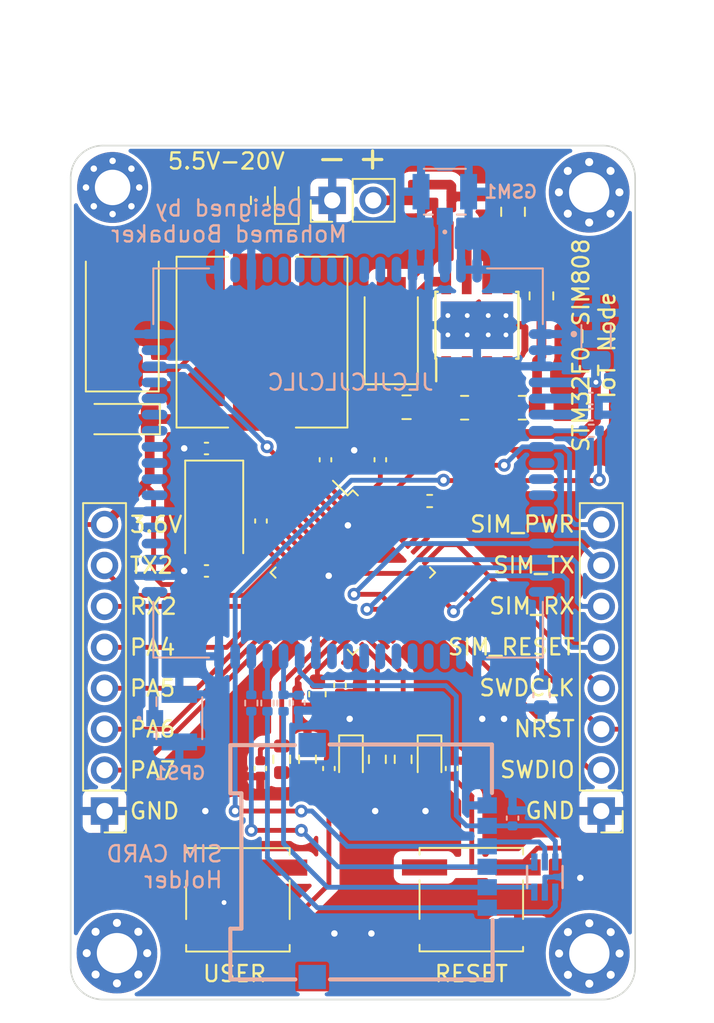
<source format=kicad_pcb>
(kicad_pcb (version 20211014) (generator pcbnew)
  (layers (0 "F.Cu" signal) (31 "B.Cu" signal) (34 "B.Paste" user) (35 "F.Paste" user) (36 "B.SilkS" user "B.Silkscreen") (37 "F.SilkS" user "F.Silkscreen") (38 "B.Mask" user) (39 "F.Mask" user) (44 "Edge.Cuts" user))
  (net 0 "")
  (net 1 "+3.3V")
  (net 2 "GND")
  (net 3 "Net-(D1-Pad2)")
  (net 4 "Net-(D2-Pad2)")
  (net 5 "Net-(D3-Pad1)")
  (net 6 "Net-(D4-Pad2)")
  (net 7 "SWDIO")
  (net 8 "SWDCLK")
  (net 9 "NRST")
  (net 10 "USART2_RX")
  (net 11 "USART2_TX")
  (net 13 "SIM_RESET")
  (net 14 "+12V")
  (net 15 "LED2")
  (net 16 "LED1")
  (net 17 "/BOOT0")
  (net 18 "Net-(R6-Pad1)")
  (net 19 "Net-(R6-Pad2)")
  (net 20 "feedback")
  (net 21 "Net-(R10-Pad2)")
  (net 22 "/HSE_IN")
  (net 23 "/HSE_OUT")
  (net 28 "PA7{slash}SPI1_MOSI")
  (net 29 "PA6{slash}SPI1_MISO")
  (net 30 "PA5{slash}SPI1_CLK")
  (net 31 "PA4")
  (net 32 "SIM_VDD")
  (net 42 "Net-(U13-Pad1)")
  (net 48 "SIM_DET")
  (net 49 "GSM_ANT")
  (net 50 "GPS_ANT")
  (net 51 "Net-(Q1-Pad2)")
  (net 52 "SIM_RST")
  (net 53 "SIM_CLK")
  (net 54 "SIM_DATA")
  (net 55 "Net-(R13-Pad1)")
  (net 56 "SIM_PWRKEY")
  (net 58 "STATUS")
  (net 59 "SIM_RX")
  (net 60 "SIM_TX")
  (net 66 "Net-(U16-Pad17)")
  (net 95 "Net-(P1-PadC2)")
  (net 96 "Net-(P1-PadC3)")
  (net 97 "Net-(P1-PadC7)")
  (net 105 "Net-(F1-Pad2)")
  (footprint "MountingHole:MountingHole_2.2mm_M2_Pad_Via" (layer "F.Cu") (at 125.6 56.6)
    (fp_text reference "H3")
    (fp_text value "MountingHole")
  )
  (footprint "Capacitor_SMD:C_0603_1608Metric" (layer "F.Cu") (at 138.3 88.05 -90)
    (fp_text reference "U1")
    (fp_text value "4u7")
  )
  (footprint "Resistor_SMD:R_0603_1608Metric" (layer "F.Cu") (at 136.0875 92.09 -90)
    (fp_text reference "R6")
    (fp_text value "1K")
  )
  (footprint "Inductor_SMD:L_10.4x10.4_H4.8" (layer "F.Cu") (at 134.863333 66.2 -90)
    (fp_text reference "L1")
    (fp_text value "15uH")
  )
  (footprint "Button_Switch_SMD:SW_Push_1P1T_NO_CK_KSC6xxJ" (layer "F.Cu") (at 147.841666 100.8)
    (fp_text reference "SW1")
    (fp_text value "SW_Push")
  )
  (footprint "Capacitor_SMD:C_0402_1005Metric" (layer "F.Cu") (at 139.0125 92.66 90)
    (fp_text reference "U11")
    (fp_text value "10p")
  )
  (footprint "Fuse:Fuse_0402_1005Metric" (layer "F.Cu") (at 144.24 56.91 90)
    (fp_text reference "F1")
    (fp_text value "Fuse 2.5A")
  )
  (footprint "Resistor_SMD:R_0805_2012Metric" (layer "F.Cu") (at 151.0075 70.27)
    (fp_text reference "R10")
    (fp_text value "1k5")
  )
  (footprint "Button_Switch_SMD:SW_Push_1P1T_NO_CK_KSC6xxJ" (layer "F.Cu") (at 133.37 100.81 180)
    (fp_text reference "SW2")
    (fp_text value "SW_Push")
  )
  (footprint "Resistor_SMD:R_0603_1608Metric" (layer "F.Cu") (at 143.615 92.09 -90)
    (fp_text reference "R1")
    (fp_text value "1k5")
  )
  (footprint "MountingHole:MountingHole_2.5mm_Pad_Via" (layer "F.Cu") (at 155.16 104.14)
    (fp_text reference "H2")
    (fp_text value "MountingHole")
  )
  (footprint "Resistor_SMD:R_0603_1608Metric" (layer "F.Cu") (at 142.0175 92.09 -90)
    (fp_text reference "R2")
    (fp_text value "1k5")
  )
  (footprint "Connector_PinHeader_2.54mm:PinHeader_1x08_P2.54mm_Vertical" (layer "F.Cu") (at 155.9 95.3 180)
    (fp_text reference "J1")
    (fp_text value "Right Header Pins")
  )
  (footprint "Capacitor_SMD:C_0402_1005Metric" (layer "F.Cu") (at 131.42 72.8 180)
    (fp_text reference "U8")
    (fp_text value "30p")
  )
  (footprint "Package_TO_SOT_SMD:SOT-23" (layer "F.Cu") (at 146.605 58.3375 90)
    (fp_text reference "Q1")
    (fp_text value "AO3407")
  )
  (footprint "MountingHole:MountingHole_2.5mm_Pad_Via" (layer "F.Cu") (at 125.87 104.12)
    (fp_text reference "H1")
    (fp_text value "MountingHole")
  )
  (footprint "Crystal:Crystal_SMD_5032-2Pin_5.0x3.2mm" (layer "F.Cu") (at 131.9 76.6 -90)
    (fp_text reference "U7")
    (fp_text value "8MHz")
  )
  (footprint "Connector_PinHeader_2.54mm:PinHeader_1x08_P2.54mm_Vertical" (layer "F.Cu") (at 125.1 95.3 180)
    (fp_text reference "J2")
    (fp_text value "Left Header Pins")
  )
  (footprint "Capacitor_SMD:C_0402_1005Metric" (layer "F.Cu") (at 146.62 92.66 90)
    (fp_text reference "U6")
    (fp_text value "100n")
  )
  (footprint "Resistor_SMD:R_0805_2012Metric" (layer "F.Cu") (at 147.427083 70.27)
    (fp_text reference "R9")
    (fp_text value "8k2")
  )
  (footprint "Diode_SMD:D_SMA" (layer "F.Cu") (at 142.876666 65.41 90)
    (fp_text reference "D3")
    (fp_text value "B340")
  )
  (footprint "Capacitor_SMD:C_0402_1005Metric" (layer "F.Cu") (at 134.8 77.3 90)
    (fp_text reference "U3")
    (fp_text value "100n")
  )
  (footprint "Resistor_SMD:R_0603_1608Metric" (layer "F.Cu") (at 137.685 92.09 90)
    (fp_text reference "R7")
    (fp_text value "100K")
  )
  (footprint "Resistor_SMD:R_0603_1608Metric" (layer "F.Cu") (at 134.7 57.4 90)
    (fp_text reference "R8")
    (fp_text value "1k5")
  )
  (footprint "Capacitor_SMD:C_0402_1005Metric" (layer "F.Cu") (at 142.2 73.5 90)
    (fp_text reference "U2")
    (fp_text value "100n")
  )
  (footprint "Resistor_SMD:R_0402_1005Metric" (layer "F.Cu") (at 145.26 76.06 180)
    (fp_text reference "R3")
    (fp_text value "10K")
  )
  (footprint "Capacitor_SMD:C_0805_2012Metric" (layer "F.Cu") (at 150.43 58.11 -90)
    (fp_text reference "U15")
    (fp_text value "10u")
  )
  (footprint "Resistor_SMD:R_0805_2012Metric" (layer "F.Cu") (at 152.19 63.33 90)
    (fp_text reference "R11")
    (fp_text value "2k7")
  )
  (footprint "Capacitor_SMD:C_0402_1005Metric" (layer "F.Cu") (at 138.8 73.5 90)
    (fp_text reference "U5")
    (fp_text value "100n")
  )
  (footprint "Capacitor_SMD:C_0402_1005Metric" (layer "F.Cu") (at 134.76 92.66 -90)
    (fp_text reference "U12")
    (fp_text value "100n")
  )
  (footprint "MountingHole:MountingHole_2.5mm_Pad_Via" (layer "F.Cu") (at 155.15 56.9)
    (fp_text reference "H4")
    (fp_text value "MountingHole")
  )
  (footprint "Capacitor_Tantalum_SMD:CP_EIA-7343-15_Kemet-W" (layer "F.Cu") (at 126.2 64.85 90)
    (fp_text reference "C1")
    (fp_text value "220u")
  )
  (footprint "Package_QFP:LQFP-48_7x7mm_P0.5mm" (layer "F.Cu") (at 140.492893 80.5 -45)
    (fp_text reference "STM32F30")
    (fp_text value "STM32F030C8Tx")
  )
  (footprint "Package_SO:TI_SO-PowerPAD-8_ThermalVias" (layer "F.Cu") (at 148.19 65.15 90)
    (fp_text reference "U14")
    (fp_text value "TPS5430DDA")
  )
  (footprint "Connector_PinHeader_2.54mm:PinHeader_1x02_P2.54mm_Vertical" (layer "F.Cu") (at 139.217893 57.4 90)
    (fp_text reference "J4")
    (fp_text value "5V-20V")
  )
  (footprint "LED_SMD:LED_0603_1608Metric" (layer "F.Cu") (at 136.4 57.38 90)
    (fp_text reference "D4")
    (fp_text value "PWR Status")
  )
  (footprint "Capacitor_SMD:C_0402_1005Metric" (layer "F.Cu") (at 139.7 87.5 -90)
    (fp_text reference "U4")
    (fp_text value "100n")
  )
  (footprint "Zener:LL-34" (layer "F.Cu") (at 126.2 70.975 180)
    (fp_text reference "D5")
    (fp_text value "D_Zener" hide)
  )
  (footprint "LED_SMD:LED_0603_1608Metric" (layer "F.Cu") (at 140.38 92.09 -90)
    (fp_text reference "D2")
    (fp_text value "LED2")
  )
  (footprint "Capacitor_SMD:C_0402_1005Metric" (layer "F.Cu") (at 131.42 80.4 180)
    (fp_text reference "U9")
    (fp_text value "30p")
  )
  (footprint "LED_SMD:LED_0603_1608Metric" (layer "F.Cu") (at 145.2525 92.09 -90)
    (fp_text reference "D1")
    (fp_text value "LED1")
  )
  (footprint "Capacitor_SMD:C_0805_2012Metric" (layer "F.Cu") (at 143.826666 70.24 180)
    (fp_text reference "U13")
    (fp_text value "10n")
  )
  (footprint "Capacitor_SMD:C_0402_1005Metric" (layer "B.Cu") (at 155.26 69.7)
    (fp_text reference "U21")
    (fp_text value "33p")
  )
  (footprint "u.fl:HRS_U.FL-R-SMT(10)" (layer "B.Cu") (at 129.7375 89.5375)
    (fp_text reference "GPS1")
    (fp_text value "U.FL-R-SMT(10)")
  )
  (footprint "SIM808:XCVR_SIM808" (layer "B.Cu") (at 140.2 73.7 180)
    (fp_text reference "U16")
    (fp_text value "SIM808")
  )
  (footprint "Capacitor_SMD:C_0603_1608Metric" (layer "B.Cu") (at 152.2 88.1 -90)
    (fp_text reference "U17")
    (fp_text value "4u7")
  )
  (footprint "Capacitor_SMD:C_0402_1005Metric" (layer "B.Cu") (at 137.1475 88.59 -90)
    (fp_text reference "U19")
    (fp_text value "22p")
  )
  (footprint "SMF05CT1G:SOT65P210X110-6N" (layer "B.Cu") (at 152.4 99.396 90)
    (fp_text reference "U23")
    (fp_text value "SMF05CT1G")
  )
  (footprint "SMO-1512:SIM-SMD_SMO-1512" (layer "B.Cu") (at 143.4015 98.4 -90)
    (fp_text reference "P1")
    (fp_text value "SMO-1512")
  )
  (footprint "Capacitor_SMD:C_0402_1005Metric" (layer "B.Cu") (at 155.26 70.7)
    (fp_text reference "U22")
    (fp_text value "10p")
  )
  (footprint "Resistor_SMD:R_0402_1005Metric" (layer "B.Cu") (at 135.2 88.6 -90)
    (fp_text reference "R5")
    (fp_text value "R22")
  )
  (footprint "Capacitor_SMD:C_0402_1005Metric" (layer "B.Cu") (at 150.4 95.741 -90)
    (fp_text reference "U18")
    (fp_text value "1u")
  )
  (footprint "u.fl:HRS_U.FL-R-SMT(10)" (layer "B.Cu") (at 146.2 56.8625 90)
    (fp_text reference "GSM1")
    (fp_text value "U.FL-R-SMT(10)")
  )
  (footprint "Resistor_SMD:R_0402_1005Metric" (layer "B.Cu") (at 155.28 71.7)
    (fp_text reference "R13")
    (fp_text value "4k7")
  )
  (footprint "Capacitor_SMD:C_1206_3216Metric" (layer "B.Cu") (at 155.58 65.85 90)
    (fp_text reference "U20")
    (fp_text value "100u")
  )
  (footprint "Resistor_SMD:R_0402_1005Metric" (layer "B.Cu") (at 136.2 88.6 -90)
    (fp_text reference "R12")
    (fp_text value "R22")
  )
  (footprint "Resistor_SMD:R_0402_1005Metric" (layer "B.Cu") (at 134.2 88.6 -90)
    (fp_text reference "R4")
    (fp_text value "R22")
  )
  (gr_arc locked (start 124.985786 106.999999) (mid 123.580735 106.409214) (end 122.99995 105) (layer "Edge.Cuts") (width 0.1))
  (gr_line locked (start 156 54) (end 124.985786 54) (layer "Edge.Cuts") (width 0.1))
  (gr_arc locked (start 156 54) (mid 157.414214 54.585786) (end 158 56) (layer "Edge.Cuts") (width 0.1))
  (gr_line locked (start 156 107) (end 124.985786 107) (layer "Edge.Cuts") (width 0.1))
  (gr_line locked (start 158 105) (end 158 56) (layer "Edge.Cuts") (width 0.1))
  (gr_line locked (start 123 105) (end 123 56) (layer "Edge.Cuts") (width 0.1))
  (gr_arc locked (start 158 105) (mid 157.414214 106.414214) (end 156 107) (layer "Edge.Cuts") (width 0.1))
  (gr_arc locked (start 123 56) (mid 123.58077 54.590821) (end 124.985786 54.000051) (layer "Edge.Cuts") (width 0.1))
  (gr_text "Designed by\nMohamed Boubaker" (at 132.82 58.69) (layer "B.SilkS") (effects (font (size 1 1)) (justify mirror)))
  (gr_text "JLCJLCJLCJLC" (at 140.35 68.69) (layer "B.SilkS") (effects (font (size 1 1)) (justify mirror)))
  (gr_text "SIM CARD\nHolder" (at 132.51 98.77) (layer "B.SilkS") (effects (font (size 1 1)) (justify left mirror)))
  (gr_text "PA5" (at 128.080953 87.68) (layer "F.SilkS") (effects (font (size 1 1))))
  (gr_text "-" (at 139.197893 54.76) (layer "F.SilkS") (effects (font (size 1.5 1.5) (thickness 0.2))))
  (gr_text "PA7" (at 128.080953 92.76) (layer "F.SilkS") (effects (font (size 1 1))))
  (gr_text "GND" (at 128.2 95.3) (layer "F.SilkS") (effects (font (size 1 1))))
  (gr_text "STM32F0-SIM808\nIoT Node" (at 155.45 66.4 90) (layer "F.SilkS") (effects (font (size 1 1))))
  (gr_text "SIM_PWR" (at 151.012858 77.5) (layer "F.SilkS") (effects (font (size 1 1))))
  (gr_text "SIM_RESET" (at 150.322381 85.12) (layer "F.SilkS") (effects (font (size 1 1))))
  (gr_text "SIM_TX" (at 151.727143 80.04) (layer "F.SilkS") (effects (font (size 1 1))))
  (gr_text "SIM_RX" (at 151.608096 82.58) (layer "F.SilkS") (effects (font (size 1 1))))
  (gr_text "USER" (at 133.158333 105.4) (layer "F.SilkS") (effects (font (size 1 1))))
  (gr_text "5.5V-20V\n" (at 132.65 54.97) (layer "F.SilkS") (effects (font (size 1 1))))
  (gr_text "GND" (at 152.727143 95.28) (layer "F.SilkS") (effects (font (size 1 1))))
  (gr_text "SWDIO" (at 151.941429 92.74) (layer "F.SilkS") (effects (font (size 1 1))))
  (gr_text "RX2" (at 128.128572 82.6) (layer "F.SilkS") (effects (font (size 1 1))))
  (gr_text "RESET" (at 147.841666 105.4) (layer "F.SilkS") (effects (font (size 1 1))))
  (gr_text "+" (at 141.72 54.76) (layer "F.SilkS") (effects (font (size 1.4 1.5) (thickness 0.2))))
  (gr_text "3.6V" (at 128.3 77.52) (layer "F.SilkS") (effects (font (size 1 1))))
  (gr_text "SWDCLK" (at 151.298572 87.66) (layer "F.SilkS") (effects (font (size 1 1))))
  (gr_text "TX2" (at 128.009524 80.06) (layer "F.SilkS") (effects (font (size 1 1))))
  (gr_text "PA4" (at 128.080953 85.14) (layer "F.SilkS") (effects (font (size 1 1))))
  (gr_text "PA6" (at 128.080953 90.22) (layer "F.SilkS") (effects (font (size 1 1))))
  (gr_text "NRST" (at 152.37 90.2) (layer "F.SilkS") (effects (font (size 1 1))))
  (segment (start 143.59 73.24) (end 143.59 71.9) (width 0.3) (layer "F.Cu") (net 1))
  (segment (start 125.1 77.52) (end 127.6 75.02) (width 0.6) (layer "F.Cu") (net 1))
  (segment (start 128.14 80.72) (end 128.66 81.24) (width 0.3) (layer "F.Cu") (net 1))
  (segment (start 123.97 98.8) (end 123.58 98.41) (width 0.3) (layer "F.Cu") (net 1))
  (segment (start 155.57 68.69) (end 155.57 71.08) (width 0.6) (layer "F.Cu") (net 1))
  (segment (start 138.8 73.98) (end 138.8 74.918019) (width 0.3) (layer "F.Cu") (net 1))
  (segment (start 137.6 79.374873) (end 136.665678 78.440551) (width 0.3) (layer "F.Cu") (net 1))
  (segment (start 144.39 71.9) (end 143.59 71.9) (width 0.6) (layer "F.Cu") (net 1))
  (segment (start 123.58 98.41) (end 123.58 77.91) (width 0.3) (layer "F.Cu") (net 1))
  (segment (start 126.45 70.99) (end 126.465 70.975) (width 0.6) (layer "F.Cu") (net 1))
  (segment (start 130.3 59.36) (end 130.3 67.22) (width 0.3) (layer "F.Cu") (net 1))
  (segment (start 128.14 75.55) (end 128.14 80.72) (width 0.3) (layer "F.Cu") (net 1))
  (segment (start 126.465 70.975) (end 127.9 70.975) (width 0.6) (layer "F.Cu") (net 1))
  (segment (start 142.2 73.98) (end 142.2 74.903805) (width 0.3) (layer "F.Cu") (net 1))
  (segment (start 132.44 81.24) (end 129.06 81.24) (width 0.3) (layer "F.Cu") (net 1))
  (segment (start 131.435 58.225) (end 130.3 59.36) (width 0.3) (layer "F.Cu") (net 1))
  (segment (start 140.290991 84.590991) (end 140.290991 83.480991) (width 0.3) (layer "F.Cu") (net 1))
  (segment (start 142.85 73.98) (end 143.59 73.24) (width 0.3) (layer "F.Cu") (net 1))
  (segment (start 134.863333 70.35) (end 139.25 70.35) (width 0.6) (layer "F.Cu") (net 1))
  (segment (start 134.8 77.78) (end 136.005127 77.78) (width 0.3) (layer "F.Cu") (net 1))
  (segment (start 126.2 67.9625) (end 126.2 70.74) (width 0.6) (layer "F.Cu") (net 1))
  (segment (start 134.7 58.225) (end 131.435 58.225) (width 0.3) (layer "F.Cu") (net 1))
  (segment (start 128.66 81.24) (end 129.06 81.24) (width 0.3) (layer "F.Cu") (net 1))
  (segment (start 142.2 74.903805) (end 141.491681 75.612124) (width 0.3) (layer "F.Cu") (net 1))
  (segment (start 139.494105 85.387876) (end 140.290991 84.590991) (width 0.3) (layer "F.Cu") (net 1))
  (segment (start 139.25 70.35) (end 140.8 71.9) (width 0.6) (layer "F.Cu") (net 1))
  (segment (start 139.7 87.02) (end 139.14 87.02) (width 0.3) (layer "F.Cu") (net 1))
  (segment (start 146.514583 70.27) (end 146.514583 71.705417) (width 0.6) (layer "F.Cu") (net 1))
  (segment (start 134.26 77.78) (end 133.89 78.15) (width 0.3) (layer "F.Cu") (net 1))
  (segment (start 129.06 81.24) (end 128.82 81.24) (width 0.3) (layer "F.Cu") (net 1))
  (segment (start 136.005127 77.78) (end 136.665678 78.440551) (width 0.3) (layer "F.Cu") (net 1))
  (segment (start 137.6 80.79) (end 137.6 79.374873) (width 0.3) (layer "F.Cu") (net 1))
  (segment (start 138.3 87.275) (end 138.3 86.581981) (width 0.3) (layer "F.Cu") (net 1))
  (segment (start 127.6 75.01) (end 127.9 74.71) (width 0.6) (layer "F.Cu") (net 1))
  (segment (start 129.5575 67.9625) (end 126.2 67.9625) (width 0.3) (layer "F.Cu") (net 1))
  (segment (start 130.258333 98.8) (end 136.058333 98.8) (width 0.3) (layer "F.Cu") (net 1))
  (segment (start 134.8 77.78) (end 134.26 77.78) (width 0.3) (layer "F.Cu") (net 1))
  (segment (start 139.14 87.02) (end 138.555 87.02) (width 0.3) (layer "F.Cu") (net 1))
  (segment (start 130.3 67.22) (end 129.5575 67.9625) (width 0.3) (layer "F.Cu") (net 1))
  (segment (start 138.8 74.918019) (end 139.494105 75.612124) (width 0.3) (layer "F.Cu") (net 1))
  (segment (start 127.6 75.02) (end 127.6 75.01) (width 0.6) (layer "F.Cu") (net 1))
  (segment (start 133.89 79.79) (end 132.44 81.24) (width 0.3) (layer "F.Cu") (net 1))
  (segment (start 127.9 70.975) (end 134.238333 70.975) (width 0.6) (layer "F.Cu") (net 1))
  (segment (start 146.32 71.9) (end 145.84 71.9) (width 0.6) (layer "F.Cu") (net 1))
  (segment (start 154.75 71.9) (end 146.32 71.9) (width 0.6) (layer "F.Cu") (net 1))
  (segment (start 145.84 71.9) (end 144.39 71.9) (width 0.6) (layer "F.Cu") (net 1))
  (segment (start 127.9 74.71) (end 127.9 70.975) (width 0.6) (layer "F.Cu") (net 1))
  (segment (start 133.89 78.15) (end 133.89 79.79) (width 0.3) (layer "F.Cu") (net 1))
  (segment (start 127.6 75.01) (end 128.14 75.55) (width 0.3) (layer "F.Cu") (net 1))
  (segment (start 123.58 77.91) (end 123.97 77.52) (width 0.3) (layer "F.Cu") (net 1))
  (segment (start 146.514583 71.705417) (end 146.32 71.9) (width 0.6) (layer "F.Cu") (net 1))
  (segment (start 134.238333 70.975) (end 134.863333 70.35) (width 0.6) (layer "F.Cu") (net 1))
  (segment (start 140.8 71.9) (end 144.39 71.9) (width 0.6) (layer "F.Cu") (net 1))
  (segment (start 138.3 86.581981) (end 139.494105 85.387876) (width 0.3) (layer "F.Cu") (net 1))
  (segment (start 155.57 71.08) (end 154.75 71.9) (width 0.6) (layer "F.Cu") (net 1))
  (segment (start 140.290991 83.480991) (end 137.6 80.79) (width 0.3) (layer "F.Cu") (net 1))
  (segment (start 142.2 73.98) (end 138.8 73.98) (width 0.3) (layer "F.Cu") (net 1))
  (segment (start 142.2 73.98) (end 142.85 73.98) (width 0.3) (layer "F.Cu") (net 1))
  (segment (start 130.258333 98.8) (end 123.97 98.8) (width 0.3) (layer "F.Cu") (net 1))
  (segment (start 123.97 77.52) (end 125.1 77.52) (width 0.3) (layer "F.Cu") (net 1))
  (segment (start 138.555 87.02) (end 138.3 87.275) (width 0.3) (layer "F.Cu") (net 1))
  (segment (start 126.2 70.74) (end 126.45 70.99) (width 0.6) (layer "F.Cu") (net 1))
  (via (at 155.57 68.69) (size 0.7) (drill 0.3) (layers "F.Cu" "B.Cu") (net 1))
  (segment (start 155.57 67.335) (end 155.58 67.325) (width 0.6) (layer "B.Cu") (net 1))
  (segment (start 155.56 68.7) (end 154.96 68.7) (width 0.6) (layer "B.Cu") (net 1))
  (segment (start 152.2 68.7) (end 154.96 68.7) (width 0.6) (layer "B.Cu") (net 1))
  (segment (start 152.2 69.7) (end 154.78 69.7) (width 0.6) (layer "B.Cu") (net 1))
  (segment (start 155.57 68.69) (end 155.57 67.335) (width 0.6) (layer "B.Cu") (net 1))
  (segment (start 154.78 69.7) (end 154.78 68.88) (width 0.6) (layer "B.Cu") (net 1))
  (segment (start 152.2 70.7) (end 154.78 70.7) (width 0.6) (layer "B.Cu") (net 1))
  (segment (start 154.78 70.7) (end 154.78 69.7) (width 0.6) (layer "B.Cu") (net 1))
  (segment (start 154.78 68.88) (end 154.96 68.7) (width 0.6) (layer "B.Cu") (net 1))
  (segment (start 155.57 68.69) (end 155.56 68.7) (width 0.6) (layer "B.Cu") (net 1))
  (segment (start 134.8 76.82) (end 135.752233 76.82) (width 0.3) (layer "F.Cu") (net 2))
  (segment (start 140.6895 73.02) (end 140.58 72.9105) (width 0.3) (layer "F.Cu") (net 2))
  (segment (start 138.43 80.13) (end 138.43 79.497767) (width 0.3) (layer "F.Cu") (net 2))
  (segment (start 138.8 73.02) (end 140.4705 73.02) (width 0.3) (layer "F.Cu") (net 2))
  (segment (start 139 80.7) (end 138.43 80.13) (width 0.3) (layer "F.Cu") (net 2))
  (segment (start 130.94 80.4) (end 130.04 80.4) (width 0.3) (layer "F.Cu") (net 2))
  (segment (start 137.05 88.77) (end 137.05 87.124873) (width 0.3) (layer "F.Cu") (net 2))
  (segment (start 135.752233 76.82) (end 137.019231 78.086998) (width 0.3) (layer "F.Cu") (net 2))
  (segment (start 137.05 87.124873) (end 139.140551 85.034322) (width 0.3) (layer "F.Cu") (net 2))
  (segment (start 130.04 72.79) (end 130.05 72.8) (width 0.3) (layer "F.Cu") (net 2))
  (segment (start 138.3 88.825) (end 137.105 88.825) (width 0.3) (layer "F.Cu") (net 2))
  (segment (start 140.4705 73.02) (end 140.58 72.9105) (width 0.3) (layer "F.Cu") (net 2))
  (segment (start 137.105 88.825) (end 137.05 88.77) (width 0.3) (layer "F.Cu") (net 2))
  (segment (start 130.05 72.8) (end 130.94 72.8) (width 0.3) (layer "F.Cu") (net 2))
  (segment (start 141.845235 75.965678) (end 140.240913 77.57) (width 0.3) (layer "F.Cu") (net 2))
  (segment (start 142.2 73.02) (end 140.6895 73.02) (width 0.3) (layer "F.Cu") (net 2))
  (segment (start 138.43 79.497767) (end 137.019231 78.086998) (width 0.3) (layer "F.Cu") (net 2))
  (segment (start 138.3 88.825) (end 138.3 89.059954) (width 0.3) (layer "F.Cu") (net 2))
  (segment (start 140.240913 77.57) (end 140.19 77.57) (width 0.3) (layer "F.Cu") (net 2))
  (via (at 130.04 80.4) (size 0.8) (drill 0.4) (layers "F.Cu" "B.Cu") (net 2))
  (via (at 141.64722 102.9) (size 0.8) (drill 0.4) (layers "F.Cu" "B.Cu") (net 2))
  (via (at 130.04 72.79) (size 0.8) (drill 0.4) (layers "F.Cu" "B.Cu") (net 2))
  (via (at 131.35 95.3) (size 0.8) (drill 0.4) (layers "F.Cu" "B.Cu") (net 2))
  (via (at 140.3 89.58) (size 0.8) (drill 0.4) (layers "F.Cu" "B.Cu") (net 2))
  (via (at 140.19 77.57) (size 0.8) (drill 0.4) (layers "F.Cu" "B.Cu") (net 2))
  (via (at 149.87 89.58) (size 0.8) (drill 0.4) (layers "F.Cu" "B.Cu") (net 2))
  (via (at 154.6 99.45) (size 0.8) (drill 0.4) (layers "F.Cu" "B.Cu") (net 2))
  (via (at 140.58 72.9105) (size 0.8) (drill 0.4) (layers "F.Cu" "B.Cu") (net 2))
  (via (at 148.52 89.58) (size 0.8) (drill 0.4) (layers "F.Cu" "B.Cu") (net 2))
  (via (at 145.000832 95.3) (size 0.8) (drill 0.4) (layers "F.Cu" "B.Cu") (net 2))
  (via (at 141.881666 95.3) (size 0.8) (drill 0.4) (layers "F.Cu" "B.Cu") (net 2))
  (via (at 139.352776 102.9) (size 0.8) (drill 0.4) (layers "F.Cu" "B.Cu") (net 2))
  (via (at 139 80.7) (size 0.8) (drill 0.4) (layers "F.Cu" "B.Cu") (net 2))
  (via (at 132.51 100.98) (size 0.7) (drill 0.3) (layers "F.Cu" "B.Cu") (net 2))
  (segment (start 154.55 99.4) (end 152.4 99.4) (width 0.3) (layer "B.Cu") (net 2))
  (segment (start 152.4 99.4) (end 152.4 100.331) (width 0.3) (layer "B.Cu") (net 2))
  (segment (start 154.6 99.45) (end 154.55 99.4) (width 0.3) (layer "B.Cu") (net 2))
  (segment (start 145.2525 92.8575) (end 143.6325 92.8575) (width 0.3) (layer "F.Cu") (net 3))
  (segment (start 143.6325 92.8575) (end 143.615 92.875) (width 0.3) (layer "F.Cu") (net 3))
  (segment (start 140.3875 92.885) (end 140.38 92.8775) (width 0.3) (layer "F.Cu") (net 4))
  (segment (start 142.0175 92.885) (end 140.3875 92.885) (width 0.3) (layer "F.Cu") (net 4))
  (segment (start 142.876666 67.41) (end 143.93 67.41) (width 0.6) (layer "F.Cu") (net 5))
  (segment (start 144.76 63.03) (end 145.34 62.45) (width 0.6) (layer "F.Cu") (net 5))
  (segment (start 142.876666 67.41) (end 138.28 67.41) (width 0.6) (layer "F.Cu") (net 5))
  (segment (start 134.863333 63.993333) (end 134.863333 62.05) (width 0.6) (layer "F.Cu") (net 5))
  (segment (start 142.876666 70.24) (end 142.876666 67.41) (width 0.6) (layer "F.Cu") (net 5))
  (segment (start 144.76 66.58) (end 144.76 63.03) (width 0.6) (layer "F.Cu") (net 5))
  (segment (start 145.34 62.45) (end 146.285 62.45) (width 0.6) (layer "F.Cu") (net 5))
  (segment (start 138.28 67.41) (end 134.863333 63.993333) (width 0.6) (layer "F.Cu") (net 5))
  (segment (start 143.93 67.41) (end 144.76 66.58) (width 0.6) (layer "F.Cu") (net 5))
  (segment (start 136.3825 56.575) (end 136.4 56.5925) (width 0.3) (layer "F.Cu") (net 6))
  (segment (start 134.7 56.575) (end 136.3825 56.575) (width 0.3) (layer "F.Cu") (net 6))
  (segment (start 155.227767 92.76) (end 155.9 92.76) (width 0.3) (layer "F.Cu") (net 7))
  (segment (start 144.673662 82.205895) (end 155.227767 92.76) (width 0.3) (layer "F.Cu") (net 7))
  (segment (start 146.111981 78.77) (end 145.380769 79.501212) (width 0.3) (layer "F.Cu") (net 8))
  (segment (start 146.99 78.77) (end 146.111981 78.77) (width 0.3) (layer "F.Cu") (net 8))
  (segment (start 155.9 87.68) (end 146.99 78.77) (width 0.3) (layer "F.Cu") (net 8))
  (segment (start 146.62 93.12) (end 147.88 94.38) (width 0.3) (layer "F.Cu") (net 9))
  (segment (start 144.941666 98.8) (end 147.87 98.8) (width 0.3) (layer "F.Cu") (net 9))
  (segment (start 147.87 98.8) (end 150.741666 98.8) (width 0.3) (layer "F.Cu") (net 9))
  (segment (start 155.9 90.22) (end 146.232297 80.552297) (width 0.3) (layer "F.Cu") (net 9))
  (segment (start 150.741666 98.8) (end 151.941666 97.6) (width 0.3) (layer "F.Cu") (net 9))
  (segment (start 157.62 97.11) (end 157.62 90.5) (width 0.3) (layer "F.Cu") (net 9))
  (segment (start 151.941666 97.6) (end 157.13 97.6) (width 0.3) (layer "F.Cu") (net 9))
  (segment (start 140.191638 80.552297) (end 137.372784 77.733445) (width 0.3) (layer "F.Cu") (net 9))
  (segment (start 157.34 90.22) (end 155.9 90.22) (width 0.3) (layer "F.Cu") (net 9))
  (segment (start 157.13 97.6) (end 157.62 97.11) (width 0.3) (layer "F.Cu") (net 9))
  (segment (start 157.62 90.5) (end 157.34 90.22) (width 0.3) (layer "F.Cu") (net 9))
  (segment (start 147.88 94.38) (end 147.87 94.39) (width 0.3) (layer "F.Cu") (net 9))
  (segment (start 147.87 94.39) (end 147.87 98.8) (width 0.3) (layer "F.Cu") (net 9))
  (segment (start 146.232297 80.552297) (end 140.191638 80.552297) (width 0.3) (layer "F.Cu") (net 9))
  (segment (start 135.605017 81.498788) (end 134.503805 82.6) (width 0.3) (layer "F.Cu") (net 10))
  (segment (start 134.503805 82.6) (end 125.1 82.6) (width 0.3) (layer "F.Cu") (net 10))
  (segment (start 126.66 81.92) (end 125.1 80.36) (width 0.3) (layer "F.Cu") (net 11))
  (segment (start 125.1 80.36) (end 125.1 80.06) (width 0.3) (layer "F.Cu") (net 11))
  (segment (start 133.74 81.92) (end 126.66 81.92) (width 0.3) (layer "F.Cu") (net 11))
  (segment (start 135.605017 80.054983) (end 133.74 81.92) (width 0.3) (layer "F.Cu") (net 11))
  (segment (start 135.605017 79.501212) (end 135.605017 80.054983) (width 0.3) (layer "F.Cu") (net 11))
  (segment (start 145.380769 81.498788) (end 146.74 82.858019) (width 0.3) (layer "F.Cu") (net 13))
  (segment (start 146.74 82.858019) (end 146.74 82.92) (width 0.3) (layer "F.Cu") (net 13))
  (via (at 146.74 82.92) (size 0.8) (drill 0.4) (layers "F.Cu" "B.Cu") (net 13))
  (segment (start 153.78 80.98) (end 153.78 84.84) (width 0.3) (layer "B.Cu") (net 13))
  (segment (start 152.2 80.7) (end 153.5 80.7) (width 0.3) (layer "B.Cu") (net 13))
  (segment (start 153.5 80.7) (end 153.78 80.98) (width 0.3) (layer "B.Cu") (net 13))
  (segment (start 153.78 84.84) (end 154.08 85.14) (width 0.3) (layer "B.Cu") (net 13))
  (segment (start 148.96 80.7) (end 146.74 82.92) (width 0.3) (layer "B.Cu") (net 13))
  (segment (start 154.08 85.14) (end 155.9 85.14) (width 0.3) (layer "B.Cu") (net 13))
  (segment (start 152.2 80.7) (end 148.96 80.7) (width 0.3) (layer "B.Cu") (net 13))
  (segment (start 141.757893 57.4) (end 144.235 57.4) (width 0.6) (layer "F.Cu") (net 14))
  (segment (start 144.235 57.4) (end 144.24 57.395) (width 0.6) (layer "F.Cu") (net 14))
  (segment (start 143.615 91.225) (end 143.615 86.804087) (width 0.3) (layer "F.Cu") (net 15))
  (segment (start 143.615 86.804087) (end 141.845235 85.034322) (width 0.3) (layer "F.Cu") (net 15))
  (segment (start 142.0175 91.235) (end 142.0175 85.913695) (width 0.3) (layer "F.Cu") (net 16))
  (segment (start 142.0175 85.913695) (end 141.491681 85.387876) (width 0.3) (layer "F.Cu") (net 16))
  (segment (start 142.905895 77.026338) (end 143.872233 76.06) (width 0.3) (layer "F.Cu") (net 17))
  (segment (start 143.872233 76.06) (end 144.75 76.06) (width 0.3) (layer "F.Cu") (net 17))
  (segment (start 137.967767 85.5) (end 137.965 85.5) (width 0.3) (layer "F.Cu") (net 18))
  (segment (start 134.76 92.18) (end 134.76 91.48) (width 0.3) (layer "F.Cu") (net 18))
  (segment (start 136.0875 87.3775) (end 136.0875 91.275) (width 0.3) (layer "F.Cu") (net 18))
  (segment (start 137.965 85.5) (end 136.0875 87.3775) (width 0.3) (layer "F.Cu") (net 18))
  (segment (start 134.76 91.48) (end 134.965 91.275) (width 0.3) (layer "F.Cu") (net 18))
  (segment (start 134.965 91.275) (end 136.0875 91.275) (width 0.3) (layer "F.Cu") (net 18))
  (segment (start 138.786998 84.680769) (end 137.967767 85.5) (width 0.3) (layer "F.Cu") (net 18))
  (segment (start 139.0125 99.845833) (end 136.058333 102.8) (width 0.3) (layer "F.Cu") (net 19))
  (segment (start 137.655 92.925) (end 137.685 92.895) (width 0.3) (layer "F.Cu") (net 19))
  (segment (start 139.0125 93.11) (end 137.9 93.11) (width 0.3) (layer "F.Cu") (net 19))
  (segment (start 136.0875 92.925) (end 137.655 92.925) (width 0.3) (layer "F.Cu") (net 19))
  (segment (start 137.9 93.11) (end 137.685 92.895) (width 0.3) (layer "F.Cu") (net 19))
  (segment (start 136.058333 102.8) (end 130.258333 102.8) (width 0.3) (layer "F.Cu") (net 19))
  (segment (start 139.0125 93.11) (end 139.0125 99.845833) (width 0.3) (layer "F.Cu") (net 19))
  (segment (start 150.095 67.85) (end 150.095 70.27) (width 0.6) (layer "F.Cu") (net 20))
  (segment (start 150.095 70.27) (end 148.339583 70.27) (width 0.6) (layer "F.Cu") (net 20))
  (segment (start 151.92 70.27) (end 151.92 67.35) (width 0.6) (layer "F.Cu") (net 21))
  (segment (start 151.92 67.35) (end 152.19 67.08) (width 0.6) (layer "F.Cu") (net 21))
  (segment (start 152.19 67.08) (end 152.19 64.2425) (width 0.6) (layer "F.Cu") (net 21))
  (segment (start 138.079891 77.026338) (end 135.803553 74.75) (width 0.3) (layer "F.Cu") (net 22))
  (segment (start 135.803553 74.75) (end 131.9 74.75) (width 0.3) (layer "F.Cu") (net 22))
  (segment (start 131.9 72.8) (end 131.9 74.75) (width 0.3) (layer "F.Cu") (net 22))
  (segment (start 136.226447 75.88) (end 134.44 75.88) (width 0.3) (layer "F.Cu") (net 23))
  (segment (start 137.726338 77.379891) (end 136.226447 75.88) (width 0.3) (layer "F.Cu") (net 23))
  (segment (start 131.9 78.42) (end 131.9 78.45) (width 0.3) (layer "F.Cu") (net 23))
  (segment (start 134.44 75.88) (end 131.9 78.42) (width 0.3) (layer "F.Cu") (net 23))
  (segment (start 131.9 78.45) (end 131.9 80.4) (width 0.3) (layer "F.Cu") (net 23))
  (segment (start 127.172233 92.76) (end 125.1 92.76) (width 0.3) (layer "F.Cu") (net 28))
  (segment (start 137.019231 82.913002) (end 127.172233 92.76) (width 0.3) (layer "F.Cu") (net 28))
  (segment (start 125.1 90.22) (end 129.005127 90.22) (width 0.3) (layer "F.Cu") (net 29))
  (segment (start 129.005127 90.22) (end 136.665678 82.559449) (width 0.3) (layer "F.Cu") (net 29))
  (segment (start 125.1 87.68) (end 130.838019 87.68) (width 0.3) (layer "F.Cu") (net 30))
  (segment (start 130.838019 87.68) (end 136.312124 82.205895) (width 0.3) (layer "F.Cu") (net 30))
  (segment (start 135.958571 81.852342) (end 132.670913 85.14) (width 0.3) (layer "F.Cu") (net 31))
  (segment (start 132.670913 85.14) (end 125.1 85.14) (width 0.3) (layer "F.Cu") (net 31))
  (segment (start 137.2 85.7) (end 137.2 86.66) (width 0.3) (layer "B.Cu") (net 32))
  (segment (start 147.549 96.221) (end 148.8265 96.221) (width 0.3) (layer "B.Cu") (net 32))
  (segment (start 146.26 87.52) (end 146.91 88.17) (width 0.3) (layer "B.Cu") (net 32))
  (segment (start 137.2 86.66) (end 138.06 87.52) (width 0.3) (layer "B.Cu") (net 32))
  (segment (start 148.8265 96.221) (end 150.4 96.221) (width 0.3) (layer "B.Cu") (net 32))
  (segment (start 146.91 95.582) (end 147.549 96.221) (width 0.3) (layer "B.Cu") (net 32))
  (segment (start 153.05 98.461) (end 153.05 97.17) (width 0.3) (layer "B.Cu") (net 32))
  (segment (start 138.06 87.52) (end 146.26 87.52) (width 0.3) (layer "B.Cu") (net 32))
  (segment (start 152.101 96.221) (end 150.4 96.221) (width 0.3) (layer "B.Cu") (net 32))
  (segment (start 146.91 88.17) (end 146.91 95.582) (width 0.3) (layer "B.Cu") (net 32))
  (segment (start 153.05 97.17) (end 152.101 96.221) (width 0.3) (layer "B.Cu") (net 32))
  (segment (start 144.776666 68.263334) (end 145.19 67.85) (width 0.6) (layer "F.Cu") (net 42))
  (segment (start 144.776666 70.24) (end 144.776666 68.263334) (width 0.6) (layer "F.Cu") (net 42))
  (segment (start 145.19 67.85) (end 146.285 67.85) (width 0.6) (layer "F.Cu") (net 42))
  (segment (start 155.78 74.74) (end 155.73 74.79) (width 0.3) (layer "F.Cu") (net 48))
  (segment (start 146.14 74.79) (end 146.12 74.77) (width 0.3) (layer "F.Cu") (net 48))
  (segment (start 137.3 95.3) (end 133.2 95.3) (width 0.3) (layer "F.Cu") (net 48))
  (segment (start 155.73 74.79) (end 146.14 74.79) (width 0.3) (layer "F.Cu") (net 48))
  (via (at 155.78 74.74) (size 0.8) (drill 0.4) (layers "F.Cu" "B.Cu") (net 48))
  (via (at 146.12 74.77) (size 0.8) (drill 0.4) (layers "F.Cu" "B.Cu") (net 48))
  (via (at 133.2 95.3) (size 0.8) (drill 0.4) (layers "F.Cu" "B.Cu") (net 48))
  (via (at 137.3 95.3) (size 0.8) (drill 0.4) (layers "F.Cu" "B.Cu") (net 48))
  (segment (start 148.8265 97.491) (end 140.151 97.491) (width 0.3) (layer "B.Cu") (net 48))
  (segment (start 152.04 97.22) (end 152.4 97.58) (width 0.3) (layer "B.Cu") (net 48))
  (segment (start 140.151 97.491) (end 137.96 95.3) (width 0.3) (layer "B.Cu") (net 48))
  (segment (start 155.78 74.74) (end 155.79 74.73) (width 0.3) (layer "B.Cu") (net 48))
  (segment (start 137.96 95.3) (end 137.3 95.3) (width 0.3) (layer "B.Cu") (net 48))
  (segment (start 140.41 74.77) (end 133.2 81.98) (width 0.3) (layer "B.Cu") (net 48))
  (segment (start 149.0975 97.22) (end 152.04 97.22) (width 0.3) (layer "B.Cu") (net 48))
  (segment (start 133.2 81.98) (end 133.2 85.7) (width 0.3) (layer "B.Cu") (net 48))
  (segment (start 133.2 95.3) (end 133.2 85.7) (width 0.3) (layer "B.Cu") (net 48))
  (segment (start 155.79 74.73) (end 155.79 71.7) (width 0.3) (layer "B.Cu") (net 48))
  (segment (start 152.4 97.58) (end 152.4 98.461) (width 0.3) (layer "B.Cu") (net 48))
  (segment (start 146.12 74.77) (end 140.41 74.77) (width 0.3) (layer "B.Cu") (net 48))
  (segment (start 148.8265 97.491) (end 149.0975 97.22) (width 0.3) (layer "B.Cu") (net 48))
  (segment (start 146.2 58.3875) (end 146.2 61.7) (width 0.82) (layer "B.Cu") (net 49))
  (segment (start 128.1375 89.4625) (end 128.2125 89.5375) (width 0.6) (layer "B.Cu") (net 50))
  (segment (start 128.2 89.525) (end 128.2125 89.5375) (width 0.3) (layer "B.Cu") (net 50))
  (segment (start 128.2 81.7) (end 128.1375 81.7625) (width 0.6) (layer "B.Cu") (net 50))
  (segment (start 128.1375 81.7625) (end 128.1375 89.4625) (width 0.6) (layer "B.Cu") (net 50))
  (segment (start 147.555 59.275) (end 147.555 62.45) (width 0.6) (layer "F.Cu") (net 51))
  (segment (start 134.2 85.7) (end 134.2 88.09) (width 0.3) (layer "B.Cu") (net 52))
  (segment (start 135.2 85.7) (end 135.2 88.09) (width 0.3) (layer "B.Cu") (net 53))
  (segment (start 136.2 85.7) (end 136.2 88.09) (width 0.3) (layer "B.Cu") (net 54))
  (segment (start 136.22 88.11) (end 136.2 88.09) (width 0.3) (layer "B.Cu") (net 54))
  (segment (start 137.1475 88.11) (end 136.22 88.11) (width 0.3) (layer "B.Cu") (net 54))
  (segment (start 152.2 71.7) (end 154.77 71.7) (width 0.3) (layer "B.Cu") (net 55))
  (segment (start 144.678019 73.84) (end 142.198788 76.319231) (width 0.3) (layer "F.Cu") (net 56))
  (segment (start 149.88 73.84) (end 144.678019 73.84) (width 0.3) (layer "F.Cu") (net 56))
  (via (at 149.88 73.84) (size 0.8) (drill 0.4) (layers "F.Cu" "B.Cu") (net 56))
  (segment (start 153.935 73.095) (end 153.54 72.7) (width 0.3) (layer "B.Cu") (net 56))
  (segment (start 153.935 77.165) (end 153.935 73.095) (width 0.3) (layer "B.Cu") (net 56))
  (segment (start 153.54 72.7) (end 152.2 72.7) (width 0.3) (layer "B.Cu") (net 56))
  (segment (start 154.29 77.52) (end 153.935 77.165) (width 0.3) (layer "B.Cu") (net 56))
  (segment (start 151.02 72.7) (end 152.2 72.7) (width 0.3) (layer "B.Cu") (net 56))
  (segment (start 155.9 77.52) (end 154.29 77.52) (width 0.3) (layer "B.Cu") (net 56))
  (segment (start 149.88 73.84) (end 151.02 72.7) (width 0.3) (layer "B.Cu") (net 56))
  (segment (start 138.786998 76.319231) (end 135.493884 73.026116) (width 0.3) (layer "F.Cu") (net 58))
  (segment (start 135.18 72.69) (end 135.18 72.712232) (width 0.3) (layer "F.Cu") (net 58))
  (segment (start 135.18 72.712232) (end 135.493884 73.026116) (width 0.3) (layer "F.Cu") (net 58))
  (segment (start 135.493884 73.026116) (end 135.327767 72.86) (width 0.3) (layer "F.Cu") (net 58))
  (via (at 135.18 72.69) (size 0.8) (drill 0.4) (layers "F.Cu" "B.Cu") (net 58))
  (segment (start 135.18 72.64) (end 130.24 67.7) (width 0.3) (layer "B.Cu") (net 58))
  (segment (start 135.18 72.69) (end 135.18 72.64) (width 0.3) (layer "B.Cu") (net 58))
  (segment (start 130.24 67.7) (end 128.2 67.7) (width 0.3) (layer "B.Cu") (net 58))
  (segment (start 142.419339 82.78) (end 141.37 82.78) (width 0.3) (layer "F.Cu") (net 59))
  (segment (start 143.259448 83.620109) (end 142.419339 82.78) (width 0.3) (layer "F.Cu") (net 59))
  (via (at 141.37 82.78) (size 0.8) (drill 0.4) (layers "F.Cu" "B.Cu") (net 59))
  (segment (start 141.37 82.78) (end 141.42 82.78) (width 0.3) (layer "B.Cu") (net 59))
  (segment (start 154.68 82.6) (end 154.4 82.32) (width 0.3) (layer "B.Cu") (net 59))
  (segment (start 155.9 82.6) (end 154.68 82.6) (width 0.3) (layer "B.Cu") (net 59))
  (segment (start 141.42 82.78) (end 144.5 79.7) (width 0.3) (layer "B.Cu") (net 59))
  (segment (start 154.4 82.32) (end 154.4 79.95) (width 0.3) (layer "B.Cu") (net 59))
  (segment (start 154.15 79.7) (end 152.2 79.7) (width 0.3) (layer "B.Cu") (net 59))
  (segment (start 144.5 79.7) (end 152.2 79.7) (width 0.3) (layer "B.Cu") (net 59))
  (segment (start 154.4 79.95) (end 154.15 79.7) (width 0.3) (layer "B.Cu") (net 59))
  (segment (start 142.196447 81.85) (end 143.613002 83.266555) (width 0.3) (layer "F.Cu") (net 60))
  (segment (start 140.57 81.85) (end 142.196447 81.85) (width 0.3) (layer "F.Cu") (net 60))
  (via (at 140.57 81.85) (size 0.8) (drill 0.4) (layers "F.Cu" "B.Cu") (net 60))
  (segment (start 154.54 78.7) (end 155.9 80.06) (width 0.3) (layer "B.Cu") (net 60))
  (segment (start 143.69 78.7) (end 152.2 78.7) (width 0.3) (layer "B.Cu") (net 60))
  (segment (start 140.57 81.82) (end 143.69 78.7) (width 0.3) (layer "B.Cu") (net 60))
  (segment (start 152.2 78.7) (end 154.54 78.7) (width 0.3) (layer "B.Cu") (net 60))
  (segment (start 140.57 81.85) (end 140.57 81.82) (width 0.3) (layer "B.Cu") (net 60))
  (segment (start 152.2 81.7) (end 152.2 87.325) (width 0.3) (layer "B.Cu") (net 66))
  (segment (start 134.2 96.5) (end 137.3 96.5) (width 0.3) (layer "F.Cu") (net 95))
  (via (at 137.3 96.5) (size 0.8) (drill 0.4) (layers "F.Cu" "B.Cu") (net 95))
  (via (at 134.2 96.5) (size 0.8) (drill 0.4) (layers "F.Cu" "B.Cu") (net 95))
  (segment (start 137.3 96.5) (end 139.561 98.761) (width 0.3) (layer "B.Cu") (net 95))
  (segment (start 148.8265 98.761) (end 151.65 98.761) (width 0.3) (layer "B.Cu") (net 95))
  (segment (start 139.561 98.761) (end 148.8265 98.761) (width 0.3) (layer "B.Cu") (net 95))
  (segment (start 134.2 89.11) (end 134.2 96.5) (width 0.3) (layer "B.Cu") (net 95))
  (segment (start 149.0855 101.56) (end 152.69 101.56) (width 0.3) (layer "B.Cu") (net 96))
  (segment (start 135.2 98.2) (end 135.2 89.11) (width 0.3) (layer "B.Cu") (net 96))
  (segment (start 138.301 101.301) (end 135.2 98.2) (width 0.3) (layer "B.Cu") (net 96))
  (segment (start 148.8265 101.301) (end 149.0855 101.56) (width 0.3) (layer "B.Cu") (net 96))
  (segment (start 153.05 101.2) (end 153.05 100.331) (width 0.3) (layer "B.Cu") (net 96))
  (segment (start 152.69 101.56) (end 153.05 101.2) (width 0.3) (layer "B.Cu") (net 96))
  (segment (start 148.8265 101.301) (end 138.301 101.301) (width 0.3) (layer "B.Cu") (net 96))
  (segment (start 136.2 97.32) (end 138.911 100.031) (width 0.3) (layer "B.Cu") (net 97))
  (segment (start 136.2 89.11) (end 136.2 97.32) (width 0.3) (layer "B.Cu") (net 97))
  (segment (start 138.911 100.031) (end 148.8265 100.031) (width 0.3) (layer "B.Cu") (net 97))
  (segment (start 148.8265 100.031) (end 151.65 100.031) (width 0.3) (layer "B.Cu") (net 97))
  (segment (start 146.605 57.4) (end 146.845 57.16) (width 0.6) (layer "F.Cu") (net 105))
  (segment (start 146.845 57.16) (end 150.43 57.16) (width 0.6) (layer "F.Cu") (net 105))
  (segment (start 144.24 56.425) (end 146.515 56.425) (width 0.6) (layer "F.Cu") (net 105))
  (segment (start 146.605 56.515) (end 146.515 56.425) (width 0.6) (layer "F.Cu") (net 105))
  (segment (start 146.605 57.4) (end 146.605 56.515) (width 0.6) (layer "F.Cu") (net 105))
  (zone (net 2) (net_name "GND") (layer "F.Cu") (connect_pads (clearance 0.508)) (min_thickness 0.254) (fill yes (thermal_gap 0.508) (thermal_bridge_width 0.508))
    (polygon (pts (xy 158.44 107.94) (xy 121.97 107.98) (xy 121.81 53.83) (xy 121.97 53.56) (xy 158.58 53.53)))
  )
  (zone (net 2) (net_name "GND") (layer "B.Cu") (connect_pads (clearance 0.2)) (min_thickness 0.254) (fill yes (thermal_gap 0.508) (thermal_bridge_width 0.508))
    (polygon (pts (xy 158.41 107.9) (xy 122.05 107.9) (xy 122.02 53.66) (xy 122.05 53.68) (xy 158.49 53.6)))
  )
)
</source>
